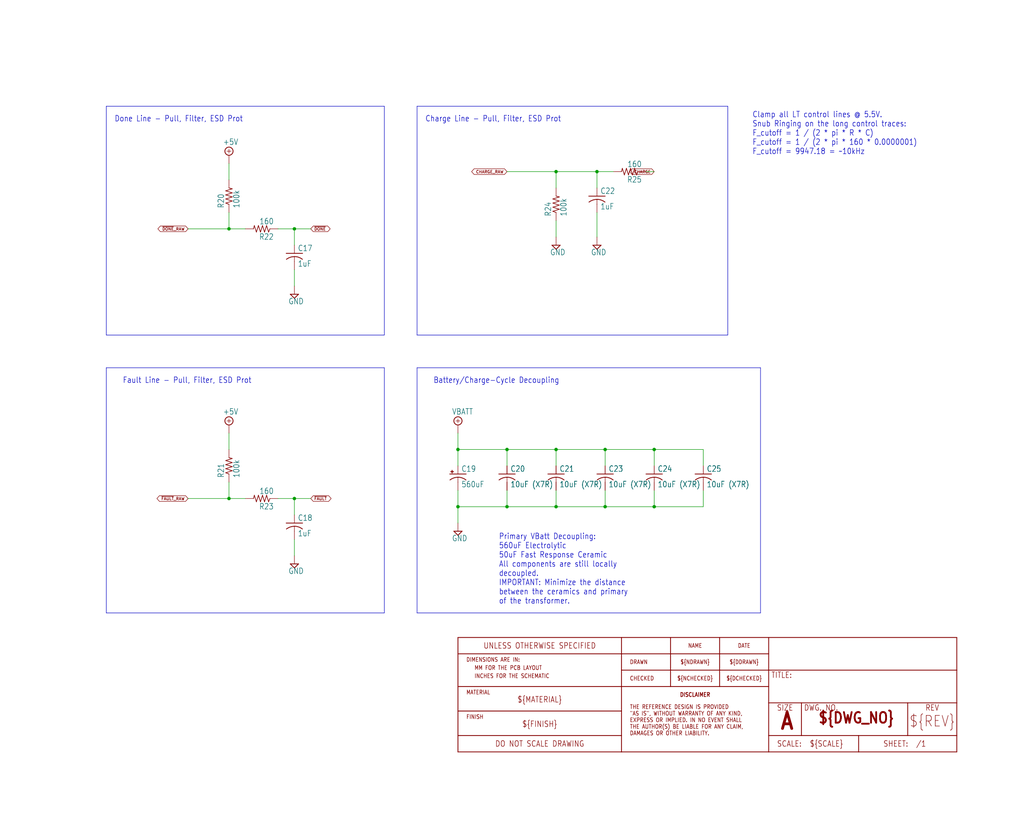
<source format=kicad_sch>
(kicad_sch (version 20230121) (generator eeschema)
  (paper "User" 318.084 254.203)
  (lib_symbols
    (symbol "kicker-eagle-import:CPOL-USE7.5-18"
      (property "Reference" "C" (at 1.016 0.635 0))
      (symbol "CPOL-USE7.5-18_1_0"
        (rectangle (start -2.253 0.668) (end -1.364 0.795) (fill (type outline)))
        (rectangle (start -1.872 0.287) (end -1.745 1.176) (fill (type outline)))
        (arc (start 0 -1.0161) (mid -1.3021 -1.2303) (end -2.4669 -1.8504) (stroke (width 0.254)))
        (polyline (pts (xy -2.54 0) (xy 2.54 0)) (stroke (width 0.254)))
        (polyline (pts (xy 0 -1.016) (xy 0 -2.54)) (stroke (width 0.1524)))
        (arc (start 2.4892 -1.8541) (mid 1.3158 -1.2194) (end 0 -1) (stroke (width 0.254)))
        (pin passive line (at 0 2.54 270) (length 2.54) (name "+") (number "+"))
        (pin passive line (at 0 -5.08 90) (length 2.54) (name "-") (number "-"))
      )
    )
    (symbol "kicker-eagle-import:GND" (power)
      (property "Value" "GND" (at -1.905 -3.175 0))
      (symbol "GND_1_0"
        (polyline (pts (xy -1.27 0) (xy 1.27 0)) (stroke (width 0.254)))
        (polyline (pts (xy 0 -1.27) (xy -1.27 0)) (stroke (width 0.254)))
        (polyline (pts (xy 1.27 0) (xy 0 -1.27)) (stroke (width 0.254)))
        (pin power_in line (at 0 2.54 270) (length 2.54) (name "GND") (number "1"))
      )
    )
    (symbol "kicker-eagle-import:RO_FRAME_A_L_20161226"
      (symbol "RO_FRAME_A_L_20161226_1_0"
        (polyline (pts (xy 0 43.18) (xy 3.81 43.18)))
        (polyline (pts (xy 0 86.36) (xy 3.81 86.36)))
        (polyline (pts (xy 0 129.54) (xy 3.81 129.54)))
        (polyline (pts (xy 0 172.72) (xy 3.81 172.72)))
        (polyline (pts (xy 3.81 3.81) (xy 3.81 212.09)))
        (polyline (pts (xy 46.5667 0) (xy 46.5667 3.81)))
        (polyline (pts (xy 93.1333 0) (xy 93.1333 3.81)))
        (polyline (pts (xy 139.7 0) (xy 139.7 3.81)))
        (polyline (pts (xy 186.2667 0) (xy 186.2667 3.81)))
        (polyline (pts (xy 232.8333 0) (xy 232.8333 3.81)))
        (polyline (pts (xy 275.59 212.09) (xy 3.81 212.09)))
        (polyline (pts (xy 0 0) (xy 279.4 0) (xy 279.4 215.9) (xy 0 215.9) (xy 0 0)))
        (text "1" (at 23.2833 213.995 0) (effects (font (size 2.54 2.286))))
        (text "2" (at 69.85 213.995 0) (effects (font (size 2.54 2.286))))
        (text "3" (at 116.4167 213.995 0) (effects (font (size 2.54 2.286))))
        (text "4" (at 162.9833 213.995 0) (effects (font (size 2.54 2.286))))
        (text "5" (at 209.55 213.995 0) (effects (font (size 2.54 2.286))))
        (text "6" (at 256.1167 213.995 0) (effects (font (size 2.54 2.286))))
        (text "A" (at 1.905 194.31 0) (effects (font (size 2.54 2.286))))
        (text "B" (at 1.905 151.13 0) (effects (font (size 2.54 2.286))))
        (text "C" (at 1.905 107.95 0) (effects (font (size 2.54 2.286))))
        (text "D" (at 1.905 64.77 0) (effects (font (size 2.54 2.286))))
        (text "E" (at 1.905 21.59 0) (effects (font (size 2.54 2.286))))
      )
      (symbol "RO_FRAME_A_L_20161226_2_0"
        (polyline (pts (xy 0 0) (xy 0 5.08)) (stroke (width 0.254)))
        (polyline (pts (xy 0 5.08) (xy 0 12.7)) (stroke (width 0.254)))
        (polyline (pts (xy 0 12.7) (xy 0 20.32)) (stroke (width 0.254)))
        (polyline (pts (xy 0 12.7) (xy 50.8 12.7)) (stroke (width 0.254)))
        (polyline (pts (xy 0 20.32) (xy 0 30.48)) (stroke (width 0.254)))
        (polyline (pts (xy 0 30.48) (xy 0 35.56)) (stroke (width 0.254)))
        (polyline (pts (xy 0 30.48) (xy 50.8 30.48)) (stroke (width 0.254)))
        (polyline (pts (xy 0 35.56) (xy 50.8 35.56)) (stroke (width 0.254)))
        (polyline (pts (xy 50.8 0) (xy 0 0)) (stroke (width 0.254)))
        (polyline (pts (xy 50.8 5.08) (xy 0 5.08)) (stroke (width 0.254)))
        (polyline (pts (xy 50.8 5.08) (xy 50.8 0)) (stroke (width 0.254)))
        (polyline (pts (xy 50.8 12.7) (xy 50.8 5.08)) (stroke (width 0.254)))
        (polyline (pts (xy 50.8 20.32) (xy 0 20.32)) (stroke (width 0.254)))
        (polyline (pts (xy 50.8 20.32) (xy 50.8 12.7)) (stroke (width 0.254)))
        (polyline (pts (xy 50.8 20.32) (xy 50.8 25.4)) (stroke (width 0.254)))
        (polyline (pts (xy 50.8 25.4) (xy 50.8 30.48)) (stroke (width 0.254)))
        (polyline (pts (xy 50.8 25.4) (xy 96.52 25.4)) (stroke (width 0.254)))
        (polyline (pts (xy 50.8 30.48) (xy 96.52 30.48)) (stroke (width 0.254)))
        (polyline (pts (xy 50.8 35.56) (xy 50.8 30.48)) (stroke (width 0.254)))
        (polyline (pts (xy 50.8 35.56) (xy 66.04 35.56)) (stroke (width 0.254)))
        (polyline (pts (xy 66.04 20.32) (xy 50.8 20.32)) (stroke (width 0.254)))
        (polyline (pts (xy 66.04 35.56) (xy 66.04 20.32)) (stroke (width 0.254)))
        (polyline (pts (xy 66.04 35.56) (xy 81.28 35.56)) (stroke (width 0.254)))
        (polyline (pts (xy 81.28 20.32) (xy 66.04 20.32)) (stroke (width 0.254)))
        (polyline (pts (xy 81.28 35.56) (xy 81.28 20.32)) (stroke (width 0.254)))
        (polyline (pts (xy 81.28 35.56) (xy 96.52 35.56)) (stroke (width 0.254)))
        (polyline (pts (xy 96.52 0) (xy 50.8 0)) (stroke (width 0.254)))
        (polyline (pts (xy 96.52 0) (xy 96.52 5.08)) (stroke (width 0.254)))
        (polyline (pts (xy 96.52 5.08) (xy 96.52 15.24)) (stroke (width 0.254)))
        (polyline (pts (xy 96.52 5.08) (xy 106.68 5.08)) (stroke (width 0.254)))
        (polyline (pts (xy 96.52 15.24) (xy 96.52 20.32)) (stroke (width 0.254)))
        (polyline (pts (xy 96.52 15.24) (xy 106.68 15.24)) (stroke (width 0.254)))
        (polyline (pts (xy 96.52 20.32) (xy 81.28 20.32)) (stroke (width 0.254)))
        (polyline (pts (xy 96.52 20.32) (xy 96.52 25.4)) (stroke (width 0.254)))
        (polyline (pts (xy 96.52 25.4) (xy 96.52 30.48)) (stroke (width 0.254)))
        (polyline (pts (xy 96.52 25.4) (xy 154.94 25.4)) (stroke (width 0.254)))
        (polyline (pts (xy 96.52 30.48) (xy 96.52 35.56)) (stroke (width 0.254)))
        (polyline (pts (xy 96.52 35.56) (xy 154.94 35.56)) (stroke (width 0.254)))
        (polyline (pts (xy 106.68 5.08) (xy 124.46 5.08)) (stroke (width 0.254)))
        (polyline (pts (xy 106.68 15.24) (xy 106.68 5.08)) (stroke (width 0.254)))
        (polyline (pts (xy 106.68 15.24) (xy 139.7 15.24)) (stroke (width 0.254)))
        (polyline (pts (xy 124.46 0) (xy 96.52 0)) (stroke (width 0.254)))
        (polyline (pts (xy 124.46 5.08) (xy 124.46 0)) (stroke (width 0.254)))
        (polyline (pts (xy 124.46 5.08) (xy 139.7 5.08)) (stroke (width 0.254)))
        (polyline (pts (xy 139.7 5.08) (xy 154.94 5.08)) (stroke (width 0.254)))
        (polyline (pts (xy 139.7 15.24) (xy 139.7 5.08)) (stroke (width 0.254)))
        (polyline (pts (xy 139.7 15.24) (xy 154.94 15.24)) (stroke (width 0.254)))
        (polyline (pts (xy 154.94 0) (xy 124.46 0)) (stroke (width 0.254)))
        (polyline (pts (xy 154.94 5.08) (xy 154.94 0)) (stroke (width 0.254)))
        (polyline (pts (xy 154.94 15.24) (xy 154.94 5.08)) (stroke (width 0.254)))
        (polyline (pts (xy 154.94 25.4) (xy 154.94 15.24)) (stroke (width 0.254)))
        (polyline (pts (xy 154.94 35.56) (xy 154.94 25.4)) (stroke (width 0.254)))
        (text "${#}/${##}" (at 142.24 2.54 0) (effects (font (size 1.778 1.5113)) (justify left)))
        (text "${DCHECKED}" (at 88.9 22.86 0) (effects (font (size 1.27 1.0795))))
        (text "${DDRAWN}" (at 88.9 27.94 0) (effects (font (size 1.27 1.0795))))
        (text "${DWG_NO}" (at 111.76 8.636 0) (effects (font (size 3.302 2.8067) (thickness 0.5613) bold) (justify left bottom)))
        (text "${FINISH}" (at 25.4 7.62 0) (effects (font (size 1.778 1.5113)) (justify bottom)))
        (text "${MATERIAL}" (at 25.4 15.24 0) (effects (font (size 1.778 1.5113)) (justify bottom)))
        (text "${NCHECKED}" (at 73.66 22.86 0) (effects (font (size 1.27 1.0795))))
        (text "${NDRAWN}" (at 73.66 27.94 0) (effects (font (size 1.27 1.0795))))
        (text "${REV}" (at 147.32 7.62 0) (effects (font (size 3.302 2.8067)) (justify bottom)))
        (text "${SCALE}" (at 109.22 2.54 0) (effects (font (size 1.778 1.5113)) (justify left)))
        (text "${TITLE}" (at 104.14 20.32 0) (effects (font (size 3.302 2.8067)) (justify left)))
        (text "A" (at 99.822 6.604 0) (effects (font (size 5.08 4.318) (thickness 0.8636) bold) (justify left bottom)))
        (text "CHECKED" (at 53.34 22.86 0) (effects (font (size 1.27 1.0795)) (justify left)))
        (text "DATE" (at 88.9 33.02 0) (effects (font (size 1.27 1.0795))))
        (text "DIMENSIONS ARE IN:" (at 2.54 27.94 0) (effects (font (size 1.27 1.0795)) (justify left bottom)))
        (text "DISCLAIMER" (at 73.66 17.78 0) (effects (font (size 1.27 1.0795) (thickness 0.2159) bold)))
        (text "DO NOT SCALE DRAWING" (at 25.4 2.54 0) (effects (font (size 1.778 1.5113))))
        (text "DRAWN" (at 53.34 27.94 0) (effects (font (size 1.27 1.0795)) (justify left)))
        (text "DWG. NO." (at 107.442 12.7 0) (effects (font (size 1.778 1.5113)) (justify left bottom)))
        (text "FINISH" (at 2.54 10.16 0) (effects (font (size 1.27 1.0795)) (justify left bottom)))
        (text "INCHES FOR THE SCHEMATIC" (at 5.08 22.86 0) (effects (font (size 1.27 1.0795)) (justify left bottom)))
        (text "MATERIAL" (at 2.54 17.78 0) (effects (font (size 1.27 1.0795)) (justify left bottom)))
        (text "MM FOR THE PCB LAYOUT" (at 5.08 25.4 0) (effects (font (size 1.27 1.0795)) (justify left bottom)))
        (text "NAME" (at 73.66 33.02 0) (effects (font (size 1.27 1.0795))))
        (text "REV" (at 147.32 12.7 0) (effects (font (size 1.778 1.5113)) (justify bottom)))
        (text "SCALE:" (at 99.06 2.54 0) (effects (font (size 1.778 1.5113)) (justify left)))
        (text "SHEET:" (at 132.08 2.54 0) (effects (font (size 1.778 1.5113)) (justify left)))
        (text "SIZE" (at 101.6 12.7 0) (effects (font (size 1.778 1.5113)) (justify bottom)))
        (text "THE REFERENCE DESIGN IS PROVIDED\n\"AS IS\", WITHOUT WARRANTY OF ANY KIND,\nEXPRESS OR IMPLIED. IN NO EVENT SHALL\nTHE AUTHOR(S) BE LIABLE FOR ANY CLAIM,\nDAMAGES OR OTHER LIABILITY." (at 53.34 5.08 0) (effects (font (size 1.27 1.0795)) (justify left bottom)))
        (text "TITLE:" (at 97.282 22.86 0) (effects (font (size 1.778 1.5113)) (justify left bottom)))
        (text "UNLESS OTHERWISE SPECIFIED" (at 25.4 33.02 0) (effects (font (size 1.778 1.5113))))
      )
    )
    (symbol "kicker-eagle-import:VBATT" (power)
      (property "Value" "VBATT" (at -1.905 3.175 0))
      (symbol "VBATT_1_0"
        (polyline (pts (xy -0.635 1.27) (xy 0.635 1.27)) (stroke (width 0.1524)))
        (polyline (pts (xy 0 0.635) (xy 0 1.905)) (stroke (width 0.1524)))
        (circle (center 0 1.27) (radius 1.27) (stroke (width 0.254)))
        (pin power_in line (at 0 -2.54 90) (length 2.54) (name "VBATT") (number "1"))
      )
    )
    (symbol "kicker-eagle-import:rcl_C-USC0603"
      (property "Reference" "C" (at 1.016 0.635 0))
      (symbol "rcl_C-USC0603_1_0"
        (arc (start 0 -1.0161) (mid -1.302 -1.2303) (end -2.4668 -1.8504) (stroke (width 0.254)))
        (polyline (pts (xy -2.54 0) (xy 2.54 0)) (stroke (width 0.254)))
        (polyline (pts (xy 0 -1.016) (xy 0 -2.54)) (stroke (width 0.1524)))
        (arc (start 2.4892 -1.8541) (mid 1.3158 -1.2194) (end 0 -1) (stroke (width 0.254)))
        (pin passive line (at 0 2.54 270) (length 2.54) (name "1") (number "1"))
        (pin passive line (at 0 -5.08 90) (length 2.54) (name "2") (number "2"))
      )
    )
    (symbol "kicker-eagle-import:rcl_C-USC1210"
      (property "Reference" "C" (at 1.016 0.635 0))
      (symbol "rcl_C-USC1210_1_0"
        (arc (start 0 -1.0161) (mid -1.302 -1.2303) (end -2.4668 -1.8504) (stroke (width 0.254)))
        (polyline (pts (xy -2.54 0) (xy 2.54 0)) (stroke (width 0.254)))
        (polyline (pts (xy 0 -1.016) (xy 0 -2.54)) (stroke (width 0.1524)))
        (arc (start 2.4892 -1.8541) (mid 1.3158 -1.2194) (end 0 -1) (stroke (width 0.254)))
        (pin passive line (at 0 2.54 270) (length 2.54) (name "1") (number "1"))
        (pin passive line (at 0 -5.08 90) (length 2.54) (name "2") (number "2"))
      )
    )
    (symbol "kicker-eagle-import:rcl_R-US_R0603"
      (property "Reference" "R" (at -3.81 1.4986 0))
      (symbol "rcl_R-US_R0603_1_0"
        (polyline (pts (xy -2.54 0) (xy -2.159 1.016)) (stroke (width 0.2032)))
        (polyline (pts (xy -2.159 1.016) (xy -1.524 -1.016)) (stroke (width 0.2032)))
        (polyline (pts (xy -1.524 -1.016) (xy -0.889 1.016)) (stroke (width 0.2032)))
        (polyline (pts (xy -0.889 1.016) (xy -0.254 -1.016)) (stroke (width 0.2032)))
        (polyline (pts (xy -0.254 -1.016) (xy 0.381 1.016)) (stroke (width 0.2032)))
        (polyline (pts (xy 0.381 1.016) (xy 1.016 -1.016)) (stroke (width 0.2032)))
        (polyline (pts (xy 1.016 -1.016) (xy 1.651 1.016)) (stroke (width 0.2032)))
        (polyline (pts (xy 1.651 1.016) (xy 2.286 -1.016)) (stroke (width 0.2032)))
        (polyline (pts (xy 2.286 -1.016) (xy 2.54 0)) (stroke (width 0.2032)))
        (pin passive line (at -5.08 0 0) (length 2.54) (name "1") (number "1"))
        (pin passive line (at 5.08 0 180) (length 2.54) (name "2") (number "2"))
      )
    )
    (symbol "kicker-eagle-import:supply2_+5V" (power)
      (property "Value" "supply2_+5V" (at -1.905 3.175 0))
      (symbol "supply2_+5V_1_0"
        (polyline (pts (xy -0.635 1.27) (xy 0.635 1.27)) (stroke (width 0.1524)))
        (polyline (pts (xy 0 0.635) (xy 0 1.905)) (stroke (width 0.1524)))
        (circle (center 0 1.27) (radius 1.27) (stroke (width 0.254)))
        (pin power_in line (at 0 -2.54 90) (length 2.54) (name "+5V") (number "1"))
      )
    )
  )
  (junction (at 91.44 154.94))
  (junction (at 157.48 139.7))
  (junction (at 185.42 53.34))
  (junction (at 187.96 157.48))
  (junction (at 142.24 139.7))
  (junction (at 172.72 139.7))
  (junction (at 172.72 157.48))
  (junction (at 172.72 53.34))
  (junction (at 187.96 139.7))
  (junction (at 203.2 139.7))
  (junction (at 157.48 157.48))
  (junction (at 203.2 157.48))
  (junction (at 142.24 157.48))
  (junction (at 91.44 71.12))
  (junction (at 71.12 154.94))
  (junction (at 71.12 71.12))
  (wire (pts (xy 91.44 71.12) (xy 96.52 71.12)) (stroke (width 0.1524)))
  (wire (pts (xy 172.72 157.48) (xy 157.48 157.48)) (stroke (width 0.1524)))
  (polyline (pts (xy 129.54 104.14) (xy 129.54 33.02)) (stroke (width 0.1524) (type solid)))
  (wire (pts (xy 200.66 53.34) (xy 203.2 53.34)) (stroke (width 0.1524)))
  (wire (pts (xy 172.72 144.78) (xy 172.72 139.7)) (stroke (width 0.1524)))
  (wire (pts (xy 187.96 157.48) (xy 203.2 157.48)) (stroke (width 0.1524)))
  (wire (pts (xy 71.12 55.88) (xy 71.12 50.8)) (stroke (width 0.1524)))
  (polyline (pts (xy 129.54 114.3) (xy 236.22 114.3)) (stroke (width 0.1524) (type solid)))
  (wire (pts (xy 218.44 139.7) (xy 218.44 144.78)) (stroke (width 0.1524)))
  (wire (pts (xy 203.2 139.7) (xy 218.44 139.7)) (stroke (width 0.1524)))
  (polyline (pts (xy 33.02 33.02) (xy 119.38 33.02)) (stroke (width 0.1524) (type solid)))
  (wire (pts (xy 71.12 66.04) (xy 71.12 71.12)) (stroke (width 0.1524)))
  (polyline (pts (xy 236.22 190.5) (xy 129.54 190.5)) (stroke (width 0.1524) (type solid)))
  (wire (pts (xy 86.36 71.12) (xy 91.44 71.12)) (stroke (width 0.1524)))
  (wire (pts (xy 187.96 139.7) (xy 187.96 144.78)) (stroke (width 0.1524)))
  (wire (pts (xy 172.72 68.58) (xy 172.72 73.66)) (stroke (width 0.1524)))
  (wire (pts (xy 71.12 154.94) (xy 71.12 149.86)) (stroke (width 0.1524)))
  (wire (pts (xy 187.96 139.7) (xy 203.2 139.7)) (stroke (width 0.1524)))
  (wire (pts (xy 203.2 157.48) (xy 203.2 152.4)) (stroke (width 0.1524)))
  (wire (pts (xy 203.2 144.78) (xy 203.2 139.7)) (stroke (width 0.1524)))
  (wire (pts (xy 190.5 53.34) (xy 185.42 53.34)) (stroke (width 0.1524)))
  (wire (pts (xy 86.36 154.94) (xy 91.44 154.94)) (stroke (width 0.1524)))
  (wire (pts (xy 91.44 154.94) (xy 96.52 154.94)) (stroke (width 0.1524)))
  (polyline (pts (xy 119.38 33.02) (xy 119.38 104.14)) (stroke (width 0.1524) (type solid)))
  (wire (pts (xy 142.24 134.62) (xy 142.24 139.7)) (stroke (width 0.1524)))
  (polyline (pts (xy 129.54 190.5) (xy 129.54 114.3)) (stroke (width 0.1524) (type solid)))
  (polyline (pts (xy 129.54 33.02) (xy 226.06 33.02)) (stroke (width 0.1524) (type solid)))
  (polyline (pts (xy 33.02 104.14) (xy 33.02 33.02)) (stroke (width 0.1524) (type solid)))
  (wire (pts (xy 187.96 157.48) (xy 172.72 157.48)) (stroke (width 0.1524)))
  (wire (pts (xy 142.24 157.48) (xy 142.24 152.4)) (stroke (width 0.1524)))
  (wire (pts (xy 157.48 157.48) (xy 142.24 157.48)) (stroke (width 0.1524)))
  (wire (pts (xy 91.44 167.64) (xy 91.44 172.72)) (stroke (width 0.1524)))
  (wire (pts (xy 187.96 152.4) (xy 187.96 157.48)) (stroke (width 0.1524)))
  (polyline (pts (xy 33.02 190.5) (xy 33.02 114.3)) (stroke (width 0.1524) (type solid)))
  (wire (pts (xy 157.48 152.4) (xy 157.48 157.48)) (stroke (width 0.1524)))
  (wire (pts (xy 71.12 139.7) (xy 71.12 134.62)) (stroke (width 0.1524)))
  (polyline (pts (xy 119.38 114.3) (xy 119.38 190.5)) (stroke (width 0.1524) (type solid)))
  (wire (pts (xy 172.72 152.4) (xy 172.72 157.48)) (stroke (width 0.1524)))
  (wire (pts (xy 172.72 139.7) (xy 187.96 139.7)) (stroke (width 0.1524)))
  (polyline (pts (xy 226.06 104.14) (xy 129.54 104.14)) (stroke (width 0.1524) (type solid)))
  (wire (pts (xy 142.24 139.7) (xy 157.48 139.7)) (stroke (width 0.1524)))
  (wire (pts (xy 218.44 157.48) (xy 218.44 152.4)) (stroke (width 0.1524)))
  (wire (pts (xy 58.42 154.94) (xy 71.12 154.94)) (stroke (width 0.1524)))
  (polyline (pts (xy 33.02 114.3) (xy 119.38 114.3)) (stroke (width 0.1524) (type solid)))
  (wire (pts (xy 71.12 71.12) (xy 58.42 71.12)) (stroke (width 0.1524)))
  (wire (pts (xy 142.24 139.7) (xy 142.24 144.78)) (stroke (width 0.1524)))
  (wire (pts (xy 71.12 154.94) (xy 76.2 154.94)) (stroke (width 0.1524)))
  (wire (pts (xy 185.42 58.42) (xy 185.42 53.34)) (stroke (width 0.1524)))
  (wire (pts (xy 142.24 157.48) (xy 142.24 162.56)) (stroke (width 0.1524)))
  (wire (pts (xy 185.42 66.04) (xy 185.42 73.66)) (stroke (width 0.1524)))
  (wire (pts (xy 203.2 157.48) (xy 218.44 157.48)) (stroke (width 0.1524)))
  (wire (pts (xy 91.44 71.12) (xy 91.44 76.2)) (stroke (width 0.1524)))
  (wire (pts (xy 71.12 71.12) (xy 76.2 71.12)) (stroke (width 0.1524)))
  (wire (pts (xy 91.44 83.82) (xy 91.44 88.9)) (stroke (width 0.1524)))
  (wire (pts (xy 157.48 139.7) (xy 157.48 144.78)) (stroke (width 0.1524)))
  (polyline (pts (xy 236.22 114.3) (xy 236.22 190.5)) (stroke (width 0.1524) (type solid)))
  (wire (pts (xy 157.48 139.7) (xy 172.72 139.7)) (stroke (width 0.1524)))
  (wire (pts (xy 172.72 58.42) (xy 172.72 53.34)) (stroke (width 0.1524)))
  (wire (pts (xy 185.42 53.34) (xy 172.72 53.34)) (stroke (width 0.1524)))
  (polyline (pts (xy 119.38 190.5) (xy 33.02 190.5)) (stroke (width 0.1524) (type solid)))
  (polyline (pts (xy 226.06 33.02) (xy 226.06 104.14)) (stroke (width 0.1524) (type solid)))
  (polyline (pts (xy 119.38 104.14) (xy 33.02 104.14)) (stroke (width 0.1524) (type solid)))
  (wire (pts (xy 91.44 154.94) (xy 91.44 160.02)) (stroke (width 0.1524)))
  (wire (pts (xy 172.72 53.34) (xy 157.48 53.34)) (stroke (width 0.1524)))
  (text "Clamp all LT control lines @ 5.5V.\nSnub Ringing on the long control traces:\nF_cutoff = 1 / (2 * pi * R * C)\nF_cutoff = 1 / (2 * pi * 160 * 0.0000001)\nF_cutoff = 9947.18 = ~10kHz" (at 233.68 48.26 0) (effects (font (size 1.778 1.5113)) (justify left bottom)))
  (text "Charge Line - Pull, Filter, ESD Prot" (at 132.08 38.1 0) (effects (font (size 1.778 1.5113)) (justify left bottom)))
  (text "Fault Line - Pull, Filter, ESD Prot" (at 38.1 119.38 0) (effects (font (size 1.778 1.5113)) (justify left bottom)))
  (text "Battery/Charge-Cycle Decoupling" (at 134.62 119.38 0) (effects (font (size 1.778 1.5113)) (justify left bottom)))
  (text "Done Line - Pull, Filter, ESD Prot" (at 35.56 38.1 0) (effects (font (size 1.778 1.5113)) (justify left bottom)))
  (text "Primary VBatt Decoupling:\n560uF Electrolytic\n50uF Fast Response Ceramic\nAll components are still locally\ndecoupled.\nIMPORTANT: Minimize the distance\nbetween the ceramics and primary\nof the transformer." (at 154.94 187.96 0) (effects (font (size 1.778 1.5113)) (justify left bottom)))
  (global_label "CHARGE_RAW" (shape bidirectional) (at 157.48 53.34 180) (effects (font (size 0.889 0.889))) (property "Intersheetrefs" "${INTERSHEET_REFS}" (effects hide)))
  (global_label "~{DONE}" (shape bidirectional) (at 96.52 71.12 0) (effects (font (size 0.889 0.889))) (property "Intersheetrefs" "${INTERSHEET_REFS}" (effects hide)))
  (global_label "~{FAULT}_RAW" (shape bidirectional) (at 58.42 154.94 180) (effects (font (size 0.889 0.889))) (property "Intersheetrefs" "${INTERSHEET_REFS}" (effects hide)))
  (global_label "~{FAULT}" (shape bidirectional) (at 96.52 154.94 0) (effects (font (size 0.889 0.889))) (property "Intersheetrefs" "${INTERSHEET_REFS}" (effects hide)))
  (global_label "~{DONE}_RAW" (shape bidirectional) (at 58.42 71.12 180) (effects (font (size 0.889 0.889))) (property "Intersheetrefs" "${INTERSHEET_REFS}" (effects hide)))
  (global_label "CHARGE" (shape bidirectional) (at 203.2 53.34 180) (effects (font (size 0.889 0.889))) (property "Intersheetrefs" "${INTERSHEET_REFS}" (effects hide)))
  (symbol (lib_id "kicker-eagle-import:rcl_C-USC1210") (at 172.72 147.32 0) (unit 1)
    (property "Reference" "C21" (at 173.736 146.685 0) (effects (font (size 1.778 1.5113)) (justify left bottom)))
    (property "Value" "10uF (X7R)" (at 173.736 151.511 0) (effects (font (size 1.778 1.5113)) (justify left bottom)))
    (property "Footprint" "kicker:C1210" (effects hide))
  )
  (symbol (lib_id "kicker-eagle-import:rcl_R-US_R0603") (at 71.12 60.96 90) (unit 1)
    (property "Reference" "R20" (at 69.6214 64.77 0) (effects (font (size 1.778 1.5113)) (justify left bottom)))
    (property "Value" "100k" (at 74.422 64.77 0) (effects (font (size 1.778 1.5113)) (justify left bottom)))
    (property "Footprint" "kicker:R0603" (effects hide))
  )
  (symbol (lib_id "kicker-eagle-import:CPOL-USE7.5-18") (at 142.24 147.32 0) (unit 1)
    (property "Reference" "C19" (at 143.256 146.685 0) (effects (font (size 1.778 1.5113)) (justify left bottom)))
    (property "Value" "560uF" (at 143.256 151.511 0) (effects (font (size 1.778 1.5113)) (justify left bottom)))
    (property "Footprint" "kicker:E7,5-18" (effects hide))
  )
  (symbol (lib_id "kicker-eagle-import:RO_FRAME_A_L_20161226") (at 142.24 233.68 0) (unit 2)
    (property "Reference" "#FRAME3" (effects hide))
    (property "Value" "RO_FRAME_A_L_20161226" (effects hide))
  )
  (symbol (lib_id "kicker-eagle-import:GND") (at 91.44 91.44 0) (unit 1)
    (property "Reference" "#SUPPLY34" (effects hide))
    (property "Value" "GND" (at 89.535 94.615 0) (effects (font (size 1.778 1.5113)) (justify left bottom)))
  )
  (symbol (lib_id "kicker-eagle-import:supply2_+5V") (at 71.12 132.08 0) (unit 1)
    (property "Reference" "#SUPPLY33" (effects hide))
    (property "Value" "+5V" (at 69.215 128.905 0) (effects (font (size 1.778 1.5113)) (justify left bottom)))
  )
  (symbol (lib_id "kicker-eagle-import:VBATT") (at 142.24 132.08 0) (unit 1)
    (property "Reference" "#SUPPLY36" (effects hide))
    (property "Value" "VBATT" (at 140.335 128.905 0) (effects (font (size 1.778 1.5113)) (justify left bottom)))
  )
  (symbol (lib_id "kicker-eagle-import:rcl_R-US_R0603") (at 172.72 63.5 90) (unit 1)
    (property "Reference" "R24" (at 171.2214 67.31 0) (effects (font (size 1.778 1.5113)) (justify left bottom)))
    (property "Value" "100k" (at 176.022 67.31 0) (effects (font (size 1.778 1.5113)) (justify left bottom)))
    (property "Footprint" "kicker:R0603" (effects hide))
  )
  (symbol (lib_id "kicker-eagle-import:rcl_C-USC1210") (at 203.2 147.32 0) (unit 1)
    (property "Reference" "C24" (at 204.216 146.685 0) (effects (font (size 1.778 1.5113)) (justify left bottom)))
    (property "Value" "10uF (X7R)" (at 204.216 151.511 0) (effects (font (size 1.778 1.5113)) (justify left bottom)))
    (property "Footprint" "kicker:C1210" (effects hide))
  )
  (symbol (lib_id "kicker-eagle-import:supply2_+5V") (at 71.12 48.26 0) (unit 1)
    (property "Reference" "#SUPPLY32" (effects hide))
    (property "Value" "+5V" (at 69.215 45.085 0) (effects (font (size 1.778 1.5113)) (justify left bottom)))
  )
  (symbol (lib_id "kicker-eagle-import:rcl_R-US_R0603") (at 81.28 71.12 180) (unit 1)
    (property "Reference" "R22" (at 85.09 72.6186 0) (effects (font (size 1.778 1.5113)) (justify left bottom)))
    (property "Value" "160" (at 85.09 67.818 0) (effects (font (size 1.778 1.5113)) (justify left bottom)))
    (property "Footprint" "kicker:R0603" (effects hide))
  )
  (symbol (lib_id "kicker-eagle-import:GND") (at 91.44 175.26 0) (unit 1)
    (property "Reference" "#SUPPLY35" (effects hide))
    (property "Value" "GND" (at 89.535 178.435 0) (effects (font (size 1.778 1.5113)) (justify left bottom)))
  )
  (symbol (lib_id "kicker-eagle-import:rcl_C-USC1210") (at 218.44 147.32 0) (unit 1)
    (property "Reference" "C25" (at 219.456 146.685 0) (effects (font (size 1.778 1.5113)) (justify left bottom)))
    (property "Value" "10uF (X7R)" (at 219.456 151.511 0) (effects (font (size 1.778 1.5113)) (justify left bottom)))
    (property "Footprint" "kicker:C1210" (effects hide))
  )
  (symbol (lib_id "kicker-eagle-import:GND") (at 172.72 76.2 0) (unit 1)
    (property "Reference" "#SUPPLY38" (effects hide))
    (property "Value" "GND" (at 170.815 79.375 0) (effects (font (size 1.778 1.5113)) (justify left bottom)))
  )
  (symbol (lib_id "kicker-eagle-import:rcl_C-USC1210") (at 187.96 147.32 0) (unit 1)
    (property "Reference" "C23" (at 188.976 146.685 0) (effects (font (size 1.778 1.5113)) (justify left bottom)))
    (property "Value" "10uF (X7R)" (at 188.976 151.511 0) (effects (font (size 1.778 1.5113)) (justify left bottom)))
    (property "Footprint" "kicker:C1210" (effects hide))
  )
  (symbol (lib_id "kicker-eagle-import:rcl_C-USC0603") (at 185.42 60.96 0) (unit 1)
    (property "Reference" "C22" (at 186.436 60.325 0) (effects (font (size 1.778 1.5113)) (justify left bottom)))
    (property "Value" "1uF" (at 186.436 65.151 0) (effects (font (size 1.778 1.5113)) (justify left bottom)))
    (property "Footprint" "kicker:C0603" (effects hide))
  )
  (symbol (lib_id "kicker-eagle-import:rcl_C-USC1210") (at 157.48 147.32 0) (unit 1)
    (property "Reference" "C20" (at 158.496 146.685 0) (effects (font (size 1.778 1.5113)) (justify left bottom)))
    (property "Value" "10uF (X7R)" (at 158.496 151.511 0) (effects (font (size 1.778 1.5113)) (justify left bottom)))
    (property "Footprint" "kicker:C1210" (effects hide))
  )
  (symbol (lib_id "kicker-eagle-import:GND") (at 185.42 76.2 0) (unit 1)
    (property "Reference" "#SUPPLY39" (effects hide))
    (property "Value" "GND" (at 183.515 79.375 0) (effects (font (size 1.778 1.5113)) (justify left bottom)))
  )
  (symbol (lib_id "kicker-eagle-import:GND") (at 142.24 165.1 0) (unit 1)
    (property "Reference" "#SUPPLY37" (effects hide))
    (property "Value" "GND" (at 140.335 168.275 0) (effects (font (size 1.778 1.5113)) (justify left bottom)))
  )
  (symbol (lib_id "kicker-eagle-import:rcl_R-US_R0603") (at 71.12 144.78 90) (unit 1)
    (property "Reference" "R21" (at 69.6214 148.59 0) (effects (font (size 1.778 1.5113)) (justify left bottom)))
    (property "Value" "100k" (at 74.422 148.59 0) (effects (font (size 1.778 1.5113)) (justify left bottom)))
    (property "Footprint" "kicker:R0603" (effects hide))
  )
  (symbol (lib_id "kicker-eagle-import:rcl_C-USC0603") (at 91.44 162.56 0) (unit 1)
    (property "Reference" "C18" (at 92.456 161.925 0) (effects (font (size 1.778 1.5113)) (justify left bottom)))
    (property "Value" "1uF" (at 92.456 166.751 0) (effects (font (size 1.778 1.5113)) (justify left bottom)))
    (property "Footprint" "kicker:C0603" (effects hide))
  )
  (symbol (lib_id "kicker-eagle-import:rcl_R-US_R0603") (at 195.58 53.34 180) (unit 1)
    (property "Reference" "R25" (at 199.39 54.8386 0) (effects (font (size 1.778 1.5113)) (justify left bottom)))
    (property "Value" "160" (at 199.39 50.038 0) (effects (font (size 1.778 1.5113)) (justify left bottom)))
    (property "Footprint" "kicker:R0603" (effects hide))
  )
  (symbol (lib_id "kicker-eagle-import:rcl_R-US_R0603") (at 81.28 154.94 180) (unit 1)
    (property "Reference" "R23" (at 85.09 156.4386 0) (effects (font (size 1.778 1.5113)) (justify left bottom)))
    (property "Value" "160" (at 85.09 151.638 0) (effects (font (size 1.778 1.5113)) (justify left bottom)))
    (property "Footprint" "kicker:R0603" (effects hide))
  )
  (symbol (lib_id "kicker-eagle-import:rcl_C-USC0603") (at 91.44 78.74 0) (unit 1)
    (property "Reference" "C17" (at 92.456 78.105 0) (effects (font (size 1.778 1.5113)) (justify left bottom)))
    (property "Value" "1uF" (at 92.456 82.931 0) (effects (font (size 1.778 1.5113)) (justify left bottom)))
    (property "Footprint" "kicker:C0603" (effects hide))
  )
)
</source>
